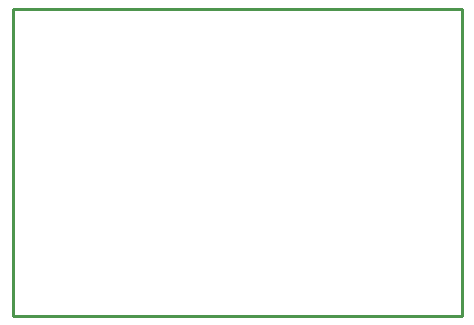
<source format=gko>
G04 Layer: BoardOutlineLayer*
G04 EasyEDA v6.5.39, 2023-12-18 19:06:56*
G04 b3e2410d46ed40f7919fa36850a0afc5,10*
G04 Gerber Generator version 0.2*
G04 Scale: 100 percent, Rotated: No, Reflected: No *
G04 Dimensions in millimeters *
G04 leading zeros omitted , absolute positions ,4 integer and 5 decimal *
%FSLAX45Y45*%
%MOMM*%

%ADD10C,0.2540*%
D10*
X699998Y4199991D02*
G01*
X4499990Y4199991D01*
X4499990Y1599996D01*
X699998Y1599996D01*
X699998Y4199991D01*

%LPD*%
M02*

</source>
